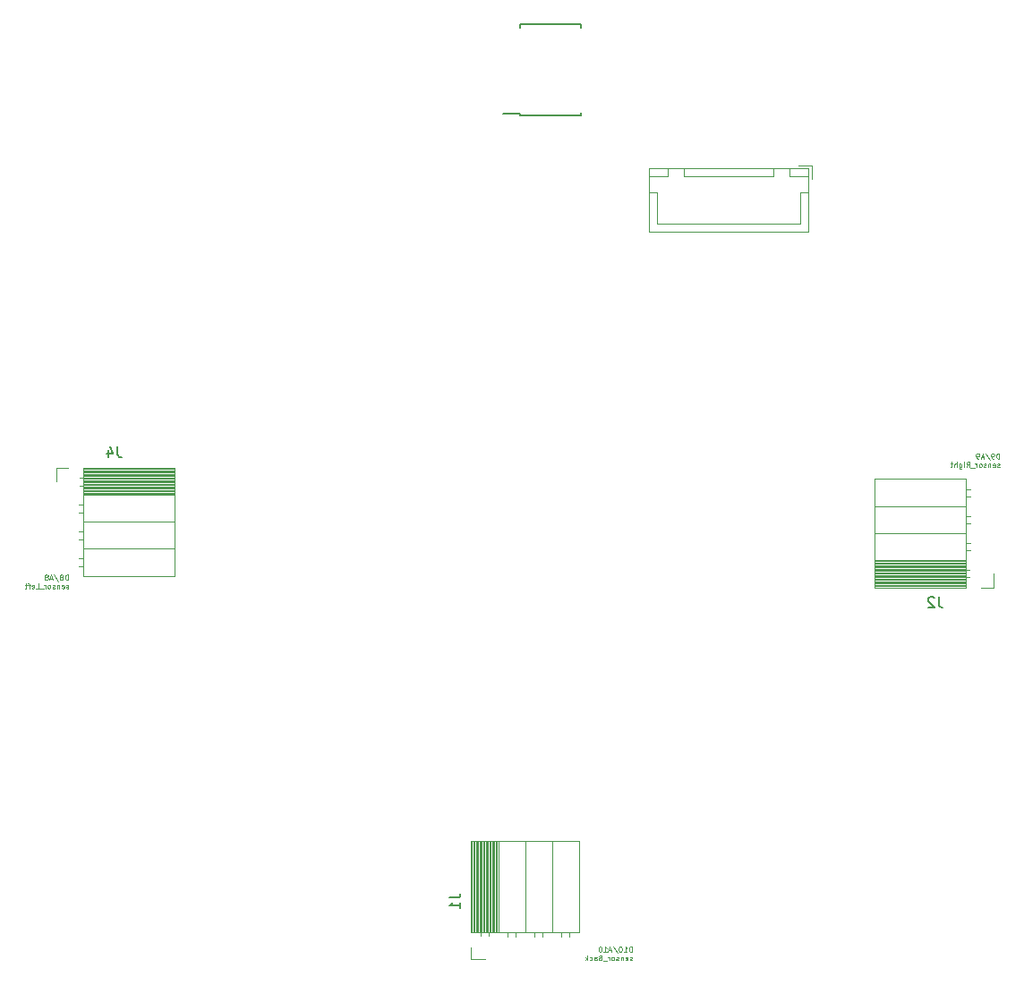
<source format=gbr>
%TF.GenerationSoftware,KiCad,Pcbnew,7.0.9*%
%TF.CreationDate,2024-07-27T15:49:36+09:00*%
%TF.ProjectId,Lne_sensor_main,4c6e655f-7365-46e7-936f-725f6d61696e,rev?*%
%TF.SameCoordinates,Original*%
%TF.FileFunction,Legend,Bot*%
%TF.FilePolarity,Positive*%
%FSLAX46Y46*%
G04 Gerber Fmt 4.6, Leading zero omitted, Abs format (unit mm)*
G04 Created by KiCad (PCBNEW 7.0.9) date 2024-07-27 15:49:36*
%MOMM*%
%LPD*%
G01*
G04 APERTURE LIST*
%ADD10C,0.125000*%
%ADD11C,0.150000*%
%ADD12C,0.120000*%
G04 APERTURE END LIST*
D10*
X76673716Y-108977309D02*
X76673716Y-108477309D01*
X76673716Y-108477309D02*
X76554668Y-108477309D01*
X76554668Y-108477309D02*
X76483240Y-108501119D01*
X76483240Y-108501119D02*
X76435621Y-108548738D01*
X76435621Y-108548738D02*
X76411811Y-108596357D01*
X76411811Y-108596357D02*
X76388002Y-108691595D01*
X76388002Y-108691595D02*
X76388002Y-108763023D01*
X76388002Y-108763023D02*
X76411811Y-108858261D01*
X76411811Y-108858261D02*
X76435621Y-108905880D01*
X76435621Y-108905880D02*
X76483240Y-108953500D01*
X76483240Y-108953500D02*
X76554668Y-108977309D01*
X76554668Y-108977309D02*
X76673716Y-108977309D01*
X76102287Y-108691595D02*
X76149906Y-108667785D01*
X76149906Y-108667785D02*
X76173716Y-108643976D01*
X76173716Y-108643976D02*
X76197525Y-108596357D01*
X76197525Y-108596357D02*
X76197525Y-108572547D01*
X76197525Y-108572547D02*
X76173716Y-108524928D01*
X76173716Y-108524928D02*
X76149906Y-108501119D01*
X76149906Y-108501119D02*
X76102287Y-108477309D01*
X76102287Y-108477309D02*
X76007049Y-108477309D01*
X76007049Y-108477309D02*
X75959430Y-108501119D01*
X75959430Y-108501119D02*
X75935621Y-108524928D01*
X75935621Y-108524928D02*
X75911811Y-108572547D01*
X75911811Y-108572547D02*
X75911811Y-108596357D01*
X75911811Y-108596357D02*
X75935621Y-108643976D01*
X75935621Y-108643976D02*
X75959430Y-108667785D01*
X75959430Y-108667785D02*
X76007049Y-108691595D01*
X76007049Y-108691595D02*
X76102287Y-108691595D01*
X76102287Y-108691595D02*
X76149906Y-108715404D01*
X76149906Y-108715404D02*
X76173716Y-108739214D01*
X76173716Y-108739214D02*
X76197525Y-108786833D01*
X76197525Y-108786833D02*
X76197525Y-108882071D01*
X76197525Y-108882071D02*
X76173716Y-108929690D01*
X76173716Y-108929690D02*
X76149906Y-108953500D01*
X76149906Y-108953500D02*
X76102287Y-108977309D01*
X76102287Y-108977309D02*
X76007049Y-108977309D01*
X76007049Y-108977309D02*
X75959430Y-108953500D01*
X75959430Y-108953500D02*
X75935621Y-108929690D01*
X75935621Y-108929690D02*
X75911811Y-108882071D01*
X75911811Y-108882071D02*
X75911811Y-108786833D01*
X75911811Y-108786833D02*
X75935621Y-108739214D01*
X75935621Y-108739214D02*
X75959430Y-108715404D01*
X75959430Y-108715404D02*
X76007049Y-108691595D01*
X75340383Y-108453500D02*
X75768954Y-109096357D01*
X75197525Y-108834452D02*
X74959430Y-108834452D01*
X75245144Y-108977309D02*
X75078478Y-108477309D01*
X75078478Y-108477309D02*
X74911811Y-108977309D01*
X74673716Y-108691595D02*
X74721335Y-108667785D01*
X74721335Y-108667785D02*
X74745145Y-108643976D01*
X74745145Y-108643976D02*
X74768954Y-108596357D01*
X74768954Y-108596357D02*
X74768954Y-108572547D01*
X74768954Y-108572547D02*
X74745145Y-108524928D01*
X74745145Y-108524928D02*
X74721335Y-108501119D01*
X74721335Y-108501119D02*
X74673716Y-108477309D01*
X74673716Y-108477309D02*
X74578478Y-108477309D01*
X74578478Y-108477309D02*
X74530859Y-108501119D01*
X74530859Y-108501119D02*
X74507050Y-108524928D01*
X74507050Y-108524928D02*
X74483240Y-108572547D01*
X74483240Y-108572547D02*
X74483240Y-108596357D01*
X74483240Y-108596357D02*
X74507050Y-108643976D01*
X74507050Y-108643976D02*
X74530859Y-108667785D01*
X74530859Y-108667785D02*
X74578478Y-108691595D01*
X74578478Y-108691595D02*
X74673716Y-108691595D01*
X74673716Y-108691595D02*
X74721335Y-108715404D01*
X74721335Y-108715404D02*
X74745145Y-108739214D01*
X74745145Y-108739214D02*
X74768954Y-108786833D01*
X74768954Y-108786833D02*
X74768954Y-108882071D01*
X74768954Y-108882071D02*
X74745145Y-108929690D01*
X74745145Y-108929690D02*
X74721335Y-108953500D01*
X74721335Y-108953500D02*
X74673716Y-108977309D01*
X74673716Y-108977309D02*
X74578478Y-108977309D01*
X74578478Y-108977309D02*
X74530859Y-108953500D01*
X74530859Y-108953500D02*
X74507050Y-108929690D01*
X74507050Y-108929690D02*
X74483240Y-108882071D01*
X74483240Y-108882071D02*
X74483240Y-108786833D01*
X74483240Y-108786833D02*
X74507050Y-108739214D01*
X74507050Y-108739214D02*
X74530859Y-108715404D01*
X74530859Y-108715404D02*
X74578478Y-108691595D01*
X76697525Y-109758500D02*
X76649906Y-109782309D01*
X76649906Y-109782309D02*
X76554668Y-109782309D01*
X76554668Y-109782309D02*
X76507049Y-109758500D01*
X76507049Y-109758500D02*
X76483240Y-109710880D01*
X76483240Y-109710880D02*
X76483240Y-109687071D01*
X76483240Y-109687071D02*
X76507049Y-109639452D01*
X76507049Y-109639452D02*
X76554668Y-109615642D01*
X76554668Y-109615642D02*
X76626097Y-109615642D01*
X76626097Y-109615642D02*
X76673716Y-109591833D01*
X76673716Y-109591833D02*
X76697525Y-109544214D01*
X76697525Y-109544214D02*
X76697525Y-109520404D01*
X76697525Y-109520404D02*
X76673716Y-109472785D01*
X76673716Y-109472785D02*
X76626097Y-109448976D01*
X76626097Y-109448976D02*
X76554668Y-109448976D01*
X76554668Y-109448976D02*
X76507049Y-109472785D01*
X76078478Y-109758500D02*
X76126097Y-109782309D01*
X76126097Y-109782309D02*
X76221335Y-109782309D01*
X76221335Y-109782309D02*
X76268954Y-109758500D01*
X76268954Y-109758500D02*
X76292763Y-109710880D01*
X76292763Y-109710880D02*
X76292763Y-109520404D01*
X76292763Y-109520404D02*
X76268954Y-109472785D01*
X76268954Y-109472785D02*
X76221335Y-109448976D01*
X76221335Y-109448976D02*
X76126097Y-109448976D01*
X76126097Y-109448976D02*
X76078478Y-109472785D01*
X76078478Y-109472785D02*
X76054668Y-109520404D01*
X76054668Y-109520404D02*
X76054668Y-109568023D01*
X76054668Y-109568023D02*
X76292763Y-109615642D01*
X75840383Y-109448976D02*
X75840383Y-109782309D01*
X75840383Y-109496595D02*
X75816573Y-109472785D01*
X75816573Y-109472785D02*
X75768954Y-109448976D01*
X75768954Y-109448976D02*
X75697526Y-109448976D01*
X75697526Y-109448976D02*
X75649907Y-109472785D01*
X75649907Y-109472785D02*
X75626097Y-109520404D01*
X75626097Y-109520404D02*
X75626097Y-109782309D01*
X75411811Y-109758500D02*
X75364192Y-109782309D01*
X75364192Y-109782309D02*
X75268954Y-109782309D01*
X75268954Y-109782309D02*
X75221335Y-109758500D01*
X75221335Y-109758500D02*
X75197526Y-109710880D01*
X75197526Y-109710880D02*
X75197526Y-109687071D01*
X75197526Y-109687071D02*
X75221335Y-109639452D01*
X75221335Y-109639452D02*
X75268954Y-109615642D01*
X75268954Y-109615642D02*
X75340383Y-109615642D01*
X75340383Y-109615642D02*
X75388002Y-109591833D01*
X75388002Y-109591833D02*
X75411811Y-109544214D01*
X75411811Y-109544214D02*
X75411811Y-109520404D01*
X75411811Y-109520404D02*
X75388002Y-109472785D01*
X75388002Y-109472785D02*
X75340383Y-109448976D01*
X75340383Y-109448976D02*
X75268954Y-109448976D01*
X75268954Y-109448976D02*
X75221335Y-109472785D01*
X74911811Y-109782309D02*
X74959430Y-109758500D01*
X74959430Y-109758500D02*
X74983240Y-109734690D01*
X74983240Y-109734690D02*
X75007049Y-109687071D01*
X75007049Y-109687071D02*
X75007049Y-109544214D01*
X75007049Y-109544214D02*
X74983240Y-109496595D01*
X74983240Y-109496595D02*
X74959430Y-109472785D01*
X74959430Y-109472785D02*
X74911811Y-109448976D01*
X74911811Y-109448976D02*
X74840383Y-109448976D01*
X74840383Y-109448976D02*
X74792764Y-109472785D01*
X74792764Y-109472785D02*
X74768954Y-109496595D01*
X74768954Y-109496595D02*
X74745145Y-109544214D01*
X74745145Y-109544214D02*
X74745145Y-109687071D01*
X74745145Y-109687071D02*
X74768954Y-109734690D01*
X74768954Y-109734690D02*
X74792764Y-109758500D01*
X74792764Y-109758500D02*
X74840383Y-109782309D01*
X74840383Y-109782309D02*
X74911811Y-109782309D01*
X74530859Y-109782309D02*
X74530859Y-109448976D01*
X74530859Y-109544214D02*
X74507049Y-109496595D01*
X74507049Y-109496595D02*
X74483240Y-109472785D01*
X74483240Y-109472785D02*
X74435621Y-109448976D01*
X74435621Y-109448976D02*
X74388002Y-109448976D01*
X74340383Y-109829928D02*
X73959430Y-109829928D01*
X73602288Y-109782309D02*
X73840383Y-109782309D01*
X73840383Y-109782309D02*
X73840383Y-109282309D01*
X73245145Y-109758500D02*
X73292764Y-109782309D01*
X73292764Y-109782309D02*
X73388002Y-109782309D01*
X73388002Y-109782309D02*
X73435621Y-109758500D01*
X73435621Y-109758500D02*
X73459430Y-109710880D01*
X73459430Y-109710880D02*
X73459430Y-109520404D01*
X73459430Y-109520404D02*
X73435621Y-109472785D01*
X73435621Y-109472785D02*
X73388002Y-109448976D01*
X73388002Y-109448976D02*
X73292764Y-109448976D01*
X73292764Y-109448976D02*
X73245145Y-109472785D01*
X73245145Y-109472785D02*
X73221335Y-109520404D01*
X73221335Y-109520404D02*
X73221335Y-109568023D01*
X73221335Y-109568023D02*
X73459430Y-109615642D01*
X73078478Y-109448976D02*
X72888002Y-109448976D01*
X73007050Y-109782309D02*
X73007050Y-109353738D01*
X73007050Y-109353738D02*
X72983240Y-109306119D01*
X72983240Y-109306119D02*
X72935621Y-109282309D01*
X72935621Y-109282309D02*
X72888002Y-109282309D01*
X72792764Y-109448976D02*
X72602288Y-109448976D01*
X72721336Y-109282309D02*
X72721336Y-109710880D01*
X72721336Y-109710880D02*
X72697526Y-109758500D01*
X72697526Y-109758500D02*
X72649907Y-109782309D01*
X72649907Y-109782309D02*
X72602288Y-109782309D01*
X129998716Y-144177309D02*
X129998716Y-143677309D01*
X129998716Y-143677309D02*
X129879668Y-143677309D01*
X129879668Y-143677309D02*
X129808240Y-143701119D01*
X129808240Y-143701119D02*
X129760621Y-143748738D01*
X129760621Y-143748738D02*
X129736811Y-143796357D01*
X129736811Y-143796357D02*
X129713002Y-143891595D01*
X129713002Y-143891595D02*
X129713002Y-143963023D01*
X129713002Y-143963023D02*
X129736811Y-144058261D01*
X129736811Y-144058261D02*
X129760621Y-144105880D01*
X129760621Y-144105880D02*
X129808240Y-144153500D01*
X129808240Y-144153500D02*
X129879668Y-144177309D01*
X129879668Y-144177309D02*
X129998716Y-144177309D01*
X129236811Y-144177309D02*
X129522525Y-144177309D01*
X129379668Y-144177309D02*
X129379668Y-143677309D01*
X129379668Y-143677309D02*
X129427287Y-143748738D01*
X129427287Y-143748738D02*
X129474906Y-143796357D01*
X129474906Y-143796357D02*
X129522525Y-143820166D01*
X128927288Y-143677309D02*
X128879669Y-143677309D01*
X128879669Y-143677309D02*
X128832050Y-143701119D01*
X128832050Y-143701119D02*
X128808240Y-143724928D01*
X128808240Y-143724928D02*
X128784431Y-143772547D01*
X128784431Y-143772547D02*
X128760621Y-143867785D01*
X128760621Y-143867785D02*
X128760621Y-143986833D01*
X128760621Y-143986833D02*
X128784431Y-144082071D01*
X128784431Y-144082071D02*
X128808240Y-144129690D01*
X128808240Y-144129690D02*
X128832050Y-144153500D01*
X128832050Y-144153500D02*
X128879669Y-144177309D01*
X128879669Y-144177309D02*
X128927288Y-144177309D01*
X128927288Y-144177309D02*
X128974907Y-144153500D01*
X128974907Y-144153500D02*
X128998716Y-144129690D01*
X128998716Y-144129690D02*
X129022526Y-144082071D01*
X129022526Y-144082071D02*
X129046335Y-143986833D01*
X129046335Y-143986833D02*
X129046335Y-143867785D01*
X129046335Y-143867785D02*
X129022526Y-143772547D01*
X129022526Y-143772547D02*
X128998716Y-143724928D01*
X128998716Y-143724928D02*
X128974907Y-143701119D01*
X128974907Y-143701119D02*
X128927288Y-143677309D01*
X128189193Y-143653500D02*
X128617764Y-144296357D01*
X128046335Y-144034452D02*
X127808240Y-144034452D01*
X128093954Y-144177309D02*
X127927288Y-143677309D01*
X127927288Y-143677309D02*
X127760621Y-144177309D01*
X127332050Y-144177309D02*
X127617764Y-144177309D01*
X127474907Y-144177309D02*
X127474907Y-143677309D01*
X127474907Y-143677309D02*
X127522526Y-143748738D01*
X127522526Y-143748738D02*
X127570145Y-143796357D01*
X127570145Y-143796357D02*
X127617764Y-143820166D01*
X127022527Y-143677309D02*
X126974908Y-143677309D01*
X126974908Y-143677309D02*
X126927289Y-143701119D01*
X126927289Y-143701119D02*
X126903479Y-143724928D01*
X126903479Y-143724928D02*
X126879670Y-143772547D01*
X126879670Y-143772547D02*
X126855860Y-143867785D01*
X126855860Y-143867785D02*
X126855860Y-143986833D01*
X126855860Y-143986833D02*
X126879670Y-144082071D01*
X126879670Y-144082071D02*
X126903479Y-144129690D01*
X126903479Y-144129690D02*
X126927289Y-144153500D01*
X126927289Y-144153500D02*
X126974908Y-144177309D01*
X126974908Y-144177309D02*
X127022527Y-144177309D01*
X127022527Y-144177309D02*
X127070146Y-144153500D01*
X127070146Y-144153500D02*
X127093955Y-144129690D01*
X127093955Y-144129690D02*
X127117765Y-144082071D01*
X127117765Y-144082071D02*
X127141574Y-143986833D01*
X127141574Y-143986833D02*
X127141574Y-143867785D01*
X127141574Y-143867785D02*
X127117765Y-143772547D01*
X127117765Y-143772547D02*
X127093955Y-143724928D01*
X127093955Y-143724928D02*
X127070146Y-143701119D01*
X127070146Y-143701119D02*
X127022527Y-143677309D01*
X130022525Y-144958500D02*
X129974906Y-144982309D01*
X129974906Y-144982309D02*
X129879668Y-144982309D01*
X129879668Y-144982309D02*
X129832049Y-144958500D01*
X129832049Y-144958500D02*
X129808240Y-144910880D01*
X129808240Y-144910880D02*
X129808240Y-144887071D01*
X129808240Y-144887071D02*
X129832049Y-144839452D01*
X129832049Y-144839452D02*
X129879668Y-144815642D01*
X129879668Y-144815642D02*
X129951097Y-144815642D01*
X129951097Y-144815642D02*
X129998716Y-144791833D01*
X129998716Y-144791833D02*
X130022525Y-144744214D01*
X130022525Y-144744214D02*
X130022525Y-144720404D01*
X130022525Y-144720404D02*
X129998716Y-144672785D01*
X129998716Y-144672785D02*
X129951097Y-144648976D01*
X129951097Y-144648976D02*
X129879668Y-144648976D01*
X129879668Y-144648976D02*
X129832049Y-144672785D01*
X129403478Y-144958500D02*
X129451097Y-144982309D01*
X129451097Y-144982309D02*
X129546335Y-144982309D01*
X129546335Y-144982309D02*
X129593954Y-144958500D01*
X129593954Y-144958500D02*
X129617763Y-144910880D01*
X129617763Y-144910880D02*
X129617763Y-144720404D01*
X129617763Y-144720404D02*
X129593954Y-144672785D01*
X129593954Y-144672785D02*
X129546335Y-144648976D01*
X129546335Y-144648976D02*
X129451097Y-144648976D01*
X129451097Y-144648976D02*
X129403478Y-144672785D01*
X129403478Y-144672785D02*
X129379668Y-144720404D01*
X129379668Y-144720404D02*
X129379668Y-144768023D01*
X129379668Y-144768023D02*
X129617763Y-144815642D01*
X129165383Y-144648976D02*
X129165383Y-144982309D01*
X129165383Y-144696595D02*
X129141573Y-144672785D01*
X129141573Y-144672785D02*
X129093954Y-144648976D01*
X129093954Y-144648976D02*
X129022526Y-144648976D01*
X129022526Y-144648976D02*
X128974907Y-144672785D01*
X128974907Y-144672785D02*
X128951097Y-144720404D01*
X128951097Y-144720404D02*
X128951097Y-144982309D01*
X128736811Y-144958500D02*
X128689192Y-144982309D01*
X128689192Y-144982309D02*
X128593954Y-144982309D01*
X128593954Y-144982309D02*
X128546335Y-144958500D01*
X128546335Y-144958500D02*
X128522526Y-144910880D01*
X128522526Y-144910880D02*
X128522526Y-144887071D01*
X128522526Y-144887071D02*
X128546335Y-144839452D01*
X128546335Y-144839452D02*
X128593954Y-144815642D01*
X128593954Y-144815642D02*
X128665383Y-144815642D01*
X128665383Y-144815642D02*
X128713002Y-144791833D01*
X128713002Y-144791833D02*
X128736811Y-144744214D01*
X128736811Y-144744214D02*
X128736811Y-144720404D01*
X128736811Y-144720404D02*
X128713002Y-144672785D01*
X128713002Y-144672785D02*
X128665383Y-144648976D01*
X128665383Y-144648976D02*
X128593954Y-144648976D01*
X128593954Y-144648976D02*
X128546335Y-144672785D01*
X128236811Y-144982309D02*
X128284430Y-144958500D01*
X128284430Y-144958500D02*
X128308240Y-144934690D01*
X128308240Y-144934690D02*
X128332049Y-144887071D01*
X128332049Y-144887071D02*
X128332049Y-144744214D01*
X128332049Y-144744214D02*
X128308240Y-144696595D01*
X128308240Y-144696595D02*
X128284430Y-144672785D01*
X128284430Y-144672785D02*
X128236811Y-144648976D01*
X128236811Y-144648976D02*
X128165383Y-144648976D01*
X128165383Y-144648976D02*
X128117764Y-144672785D01*
X128117764Y-144672785D02*
X128093954Y-144696595D01*
X128093954Y-144696595D02*
X128070145Y-144744214D01*
X128070145Y-144744214D02*
X128070145Y-144887071D01*
X128070145Y-144887071D02*
X128093954Y-144934690D01*
X128093954Y-144934690D02*
X128117764Y-144958500D01*
X128117764Y-144958500D02*
X128165383Y-144982309D01*
X128165383Y-144982309D02*
X128236811Y-144982309D01*
X127855859Y-144982309D02*
X127855859Y-144648976D01*
X127855859Y-144744214D02*
X127832049Y-144696595D01*
X127832049Y-144696595D02*
X127808240Y-144672785D01*
X127808240Y-144672785D02*
X127760621Y-144648976D01*
X127760621Y-144648976D02*
X127713002Y-144648976D01*
X127665383Y-145029928D02*
X127284430Y-145029928D01*
X126998716Y-144720404D02*
X126927288Y-144744214D01*
X126927288Y-144744214D02*
X126903478Y-144768023D01*
X126903478Y-144768023D02*
X126879669Y-144815642D01*
X126879669Y-144815642D02*
X126879669Y-144887071D01*
X126879669Y-144887071D02*
X126903478Y-144934690D01*
X126903478Y-144934690D02*
X126927288Y-144958500D01*
X126927288Y-144958500D02*
X126974907Y-144982309D01*
X126974907Y-144982309D02*
X127165383Y-144982309D01*
X127165383Y-144982309D02*
X127165383Y-144482309D01*
X127165383Y-144482309D02*
X126998716Y-144482309D01*
X126998716Y-144482309D02*
X126951097Y-144506119D01*
X126951097Y-144506119D02*
X126927288Y-144529928D01*
X126927288Y-144529928D02*
X126903478Y-144577547D01*
X126903478Y-144577547D02*
X126903478Y-144625166D01*
X126903478Y-144625166D02*
X126927288Y-144672785D01*
X126927288Y-144672785D02*
X126951097Y-144696595D01*
X126951097Y-144696595D02*
X126998716Y-144720404D01*
X126998716Y-144720404D02*
X127165383Y-144720404D01*
X126451097Y-144982309D02*
X126451097Y-144720404D01*
X126451097Y-144720404D02*
X126474907Y-144672785D01*
X126474907Y-144672785D02*
X126522526Y-144648976D01*
X126522526Y-144648976D02*
X126617764Y-144648976D01*
X126617764Y-144648976D02*
X126665383Y-144672785D01*
X126451097Y-144958500D02*
X126498716Y-144982309D01*
X126498716Y-144982309D02*
X126617764Y-144982309D01*
X126617764Y-144982309D02*
X126665383Y-144958500D01*
X126665383Y-144958500D02*
X126689192Y-144910880D01*
X126689192Y-144910880D02*
X126689192Y-144863261D01*
X126689192Y-144863261D02*
X126665383Y-144815642D01*
X126665383Y-144815642D02*
X126617764Y-144791833D01*
X126617764Y-144791833D02*
X126498716Y-144791833D01*
X126498716Y-144791833D02*
X126451097Y-144768023D01*
X125998716Y-144958500D02*
X126046335Y-144982309D01*
X126046335Y-144982309D02*
X126141573Y-144982309D01*
X126141573Y-144982309D02*
X126189192Y-144958500D01*
X126189192Y-144958500D02*
X126213002Y-144934690D01*
X126213002Y-144934690D02*
X126236811Y-144887071D01*
X126236811Y-144887071D02*
X126236811Y-144744214D01*
X126236811Y-144744214D02*
X126213002Y-144696595D01*
X126213002Y-144696595D02*
X126189192Y-144672785D01*
X126189192Y-144672785D02*
X126141573Y-144648976D01*
X126141573Y-144648976D02*
X126046335Y-144648976D01*
X126046335Y-144648976D02*
X125998716Y-144672785D01*
X125784431Y-144982309D02*
X125784431Y-144482309D01*
X125736812Y-144791833D02*
X125593955Y-144982309D01*
X125593955Y-144648976D02*
X125784431Y-144839452D01*
X164748716Y-97502309D02*
X164748716Y-97002309D01*
X164748716Y-97002309D02*
X164629668Y-97002309D01*
X164629668Y-97002309D02*
X164558240Y-97026119D01*
X164558240Y-97026119D02*
X164510621Y-97073738D01*
X164510621Y-97073738D02*
X164486811Y-97121357D01*
X164486811Y-97121357D02*
X164463002Y-97216595D01*
X164463002Y-97216595D02*
X164463002Y-97288023D01*
X164463002Y-97288023D02*
X164486811Y-97383261D01*
X164486811Y-97383261D02*
X164510621Y-97430880D01*
X164510621Y-97430880D02*
X164558240Y-97478500D01*
X164558240Y-97478500D02*
X164629668Y-97502309D01*
X164629668Y-97502309D02*
X164748716Y-97502309D01*
X164224906Y-97502309D02*
X164129668Y-97502309D01*
X164129668Y-97502309D02*
X164082049Y-97478500D01*
X164082049Y-97478500D02*
X164058240Y-97454690D01*
X164058240Y-97454690D02*
X164010621Y-97383261D01*
X164010621Y-97383261D02*
X163986811Y-97288023D01*
X163986811Y-97288023D02*
X163986811Y-97097547D01*
X163986811Y-97097547D02*
X164010621Y-97049928D01*
X164010621Y-97049928D02*
X164034430Y-97026119D01*
X164034430Y-97026119D02*
X164082049Y-97002309D01*
X164082049Y-97002309D02*
X164177287Y-97002309D01*
X164177287Y-97002309D02*
X164224906Y-97026119D01*
X164224906Y-97026119D02*
X164248716Y-97049928D01*
X164248716Y-97049928D02*
X164272525Y-97097547D01*
X164272525Y-97097547D02*
X164272525Y-97216595D01*
X164272525Y-97216595D02*
X164248716Y-97264214D01*
X164248716Y-97264214D02*
X164224906Y-97288023D01*
X164224906Y-97288023D02*
X164177287Y-97311833D01*
X164177287Y-97311833D02*
X164082049Y-97311833D01*
X164082049Y-97311833D02*
X164034430Y-97288023D01*
X164034430Y-97288023D02*
X164010621Y-97264214D01*
X164010621Y-97264214D02*
X163986811Y-97216595D01*
X163415383Y-96978500D02*
X163843954Y-97621357D01*
X163272525Y-97359452D02*
X163034430Y-97359452D01*
X163320144Y-97502309D02*
X163153478Y-97002309D01*
X163153478Y-97002309D02*
X162986811Y-97502309D01*
X162796335Y-97502309D02*
X162701097Y-97502309D01*
X162701097Y-97502309D02*
X162653478Y-97478500D01*
X162653478Y-97478500D02*
X162629669Y-97454690D01*
X162629669Y-97454690D02*
X162582050Y-97383261D01*
X162582050Y-97383261D02*
X162558240Y-97288023D01*
X162558240Y-97288023D02*
X162558240Y-97097547D01*
X162558240Y-97097547D02*
X162582050Y-97049928D01*
X162582050Y-97049928D02*
X162605859Y-97026119D01*
X162605859Y-97026119D02*
X162653478Y-97002309D01*
X162653478Y-97002309D02*
X162748716Y-97002309D01*
X162748716Y-97002309D02*
X162796335Y-97026119D01*
X162796335Y-97026119D02*
X162820145Y-97049928D01*
X162820145Y-97049928D02*
X162843954Y-97097547D01*
X162843954Y-97097547D02*
X162843954Y-97216595D01*
X162843954Y-97216595D02*
X162820145Y-97264214D01*
X162820145Y-97264214D02*
X162796335Y-97288023D01*
X162796335Y-97288023D02*
X162748716Y-97311833D01*
X162748716Y-97311833D02*
X162653478Y-97311833D01*
X162653478Y-97311833D02*
X162605859Y-97288023D01*
X162605859Y-97288023D02*
X162582050Y-97264214D01*
X162582050Y-97264214D02*
X162558240Y-97216595D01*
X164772525Y-98283500D02*
X164724906Y-98307309D01*
X164724906Y-98307309D02*
X164629668Y-98307309D01*
X164629668Y-98307309D02*
X164582049Y-98283500D01*
X164582049Y-98283500D02*
X164558240Y-98235880D01*
X164558240Y-98235880D02*
X164558240Y-98212071D01*
X164558240Y-98212071D02*
X164582049Y-98164452D01*
X164582049Y-98164452D02*
X164629668Y-98140642D01*
X164629668Y-98140642D02*
X164701097Y-98140642D01*
X164701097Y-98140642D02*
X164748716Y-98116833D01*
X164748716Y-98116833D02*
X164772525Y-98069214D01*
X164772525Y-98069214D02*
X164772525Y-98045404D01*
X164772525Y-98045404D02*
X164748716Y-97997785D01*
X164748716Y-97997785D02*
X164701097Y-97973976D01*
X164701097Y-97973976D02*
X164629668Y-97973976D01*
X164629668Y-97973976D02*
X164582049Y-97997785D01*
X164153478Y-98283500D02*
X164201097Y-98307309D01*
X164201097Y-98307309D02*
X164296335Y-98307309D01*
X164296335Y-98307309D02*
X164343954Y-98283500D01*
X164343954Y-98283500D02*
X164367763Y-98235880D01*
X164367763Y-98235880D02*
X164367763Y-98045404D01*
X164367763Y-98045404D02*
X164343954Y-97997785D01*
X164343954Y-97997785D02*
X164296335Y-97973976D01*
X164296335Y-97973976D02*
X164201097Y-97973976D01*
X164201097Y-97973976D02*
X164153478Y-97997785D01*
X164153478Y-97997785D02*
X164129668Y-98045404D01*
X164129668Y-98045404D02*
X164129668Y-98093023D01*
X164129668Y-98093023D02*
X164367763Y-98140642D01*
X163915383Y-97973976D02*
X163915383Y-98307309D01*
X163915383Y-98021595D02*
X163891573Y-97997785D01*
X163891573Y-97997785D02*
X163843954Y-97973976D01*
X163843954Y-97973976D02*
X163772526Y-97973976D01*
X163772526Y-97973976D02*
X163724907Y-97997785D01*
X163724907Y-97997785D02*
X163701097Y-98045404D01*
X163701097Y-98045404D02*
X163701097Y-98307309D01*
X163486811Y-98283500D02*
X163439192Y-98307309D01*
X163439192Y-98307309D02*
X163343954Y-98307309D01*
X163343954Y-98307309D02*
X163296335Y-98283500D01*
X163296335Y-98283500D02*
X163272526Y-98235880D01*
X163272526Y-98235880D02*
X163272526Y-98212071D01*
X163272526Y-98212071D02*
X163296335Y-98164452D01*
X163296335Y-98164452D02*
X163343954Y-98140642D01*
X163343954Y-98140642D02*
X163415383Y-98140642D01*
X163415383Y-98140642D02*
X163463002Y-98116833D01*
X163463002Y-98116833D02*
X163486811Y-98069214D01*
X163486811Y-98069214D02*
X163486811Y-98045404D01*
X163486811Y-98045404D02*
X163463002Y-97997785D01*
X163463002Y-97997785D02*
X163415383Y-97973976D01*
X163415383Y-97973976D02*
X163343954Y-97973976D01*
X163343954Y-97973976D02*
X163296335Y-97997785D01*
X162986811Y-98307309D02*
X163034430Y-98283500D01*
X163034430Y-98283500D02*
X163058240Y-98259690D01*
X163058240Y-98259690D02*
X163082049Y-98212071D01*
X163082049Y-98212071D02*
X163082049Y-98069214D01*
X163082049Y-98069214D02*
X163058240Y-98021595D01*
X163058240Y-98021595D02*
X163034430Y-97997785D01*
X163034430Y-97997785D02*
X162986811Y-97973976D01*
X162986811Y-97973976D02*
X162915383Y-97973976D01*
X162915383Y-97973976D02*
X162867764Y-97997785D01*
X162867764Y-97997785D02*
X162843954Y-98021595D01*
X162843954Y-98021595D02*
X162820145Y-98069214D01*
X162820145Y-98069214D02*
X162820145Y-98212071D01*
X162820145Y-98212071D02*
X162843954Y-98259690D01*
X162843954Y-98259690D02*
X162867764Y-98283500D01*
X162867764Y-98283500D02*
X162915383Y-98307309D01*
X162915383Y-98307309D02*
X162986811Y-98307309D01*
X162605859Y-98307309D02*
X162605859Y-97973976D01*
X162605859Y-98069214D02*
X162582049Y-98021595D01*
X162582049Y-98021595D02*
X162558240Y-97997785D01*
X162558240Y-97997785D02*
X162510621Y-97973976D01*
X162510621Y-97973976D02*
X162463002Y-97973976D01*
X162415383Y-98354928D02*
X162034430Y-98354928D01*
X161629669Y-98307309D02*
X161796335Y-98069214D01*
X161915383Y-98307309D02*
X161915383Y-97807309D01*
X161915383Y-97807309D02*
X161724907Y-97807309D01*
X161724907Y-97807309D02*
X161677288Y-97831119D01*
X161677288Y-97831119D02*
X161653478Y-97854928D01*
X161653478Y-97854928D02*
X161629669Y-97902547D01*
X161629669Y-97902547D02*
X161629669Y-97973976D01*
X161629669Y-97973976D02*
X161653478Y-98021595D01*
X161653478Y-98021595D02*
X161677288Y-98045404D01*
X161677288Y-98045404D02*
X161724907Y-98069214D01*
X161724907Y-98069214D02*
X161915383Y-98069214D01*
X161415383Y-98307309D02*
X161415383Y-97973976D01*
X161415383Y-97807309D02*
X161439192Y-97831119D01*
X161439192Y-97831119D02*
X161415383Y-97854928D01*
X161415383Y-97854928D02*
X161391573Y-97831119D01*
X161391573Y-97831119D02*
X161415383Y-97807309D01*
X161415383Y-97807309D02*
X161415383Y-97854928D01*
X160963002Y-97973976D02*
X160963002Y-98378738D01*
X160963002Y-98378738D02*
X160986812Y-98426357D01*
X160986812Y-98426357D02*
X161010621Y-98450166D01*
X161010621Y-98450166D02*
X161058240Y-98473976D01*
X161058240Y-98473976D02*
X161129669Y-98473976D01*
X161129669Y-98473976D02*
X161177288Y-98450166D01*
X160963002Y-98283500D02*
X161010621Y-98307309D01*
X161010621Y-98307309D02*
X161105859Y-98307309D01*
X161105859Y-98307309D02*
X161153478Y-98283500D01*
X161153478Y-98283500D02*
X161177288Y-98259690D01*
X161177288Y-98259690D02*
X161201097Y-98212071D01*
X161201097Y-98212071D02*
X161201097Y-98069214D01*
X161201097Y-98069214D02*
X161177288Y-98021595D01*
X161177288Y-98021595D02*
X161153478Y-97997785D01*
X161153478Y-97997785D02*
X161105859Y-97973976D01*
X161105859Y-97973976D02*
X161010621Y-97973976D01*
X161010621Y-97973976D02*
X160963002Y-97997785D01*
X160724907Y-98307309D02*
X160724907Y-97807309D01*
X160510621Y-98307309D02*
X160510621Y-98045404D01*
X160510621Y-98045404D02*
X160534431Y-97997785D01*
X160534431Y-97997785D02*
X160582050Y-97973976D01*
X160582050Y-97973976D02*
X160653478Y-97973976D01*
X160653478Y-97973976D02*
X160701097Y-97997785D01*
X160701097Y-97997785D02*
X160724907Y-98021595D01*
X160343954Y-97973976D02*
X160153478Y-97973976D01*
X160272526Y-97807309D02*
X160272526Y-98235880D01*
X160272526Y-98235880D02*
X160248716Y-98283500D01*
X160248716Y-98283500D02*
X160201097Y-98307309D01*
X160201097Y-98307309D02*
X160153478Y-98307309D01*
D11*
X112774819Y-139056666D02*
X113489104Y-139056666D01*
X113489104Y-139056666D02*
X113631961Y-139009047D01*
X113631961Y-139009047D02*
X113727200Y-138913809D01*
X113727200Y-138913809D02*
X113774819Y-138770952D01*
X113774819Y-138770952D02*
X113774819Y-138675714D01*
X113774819Y-140056666D02*
X113774819Y-139485238D01*
X113774819Y-139770952D02*
X112774819Y-139770952D01*
X112774819Y-139770952D02*
X112917676Y-139675714D01*
X112917676Y-139675714D02*
X113012914Y-139580476D01*
X113012914Y-139580476D02*
X113060533Y-139485238D01*
X81353333Y-96364819D02*
X81353333Y-97079104D01*
X81353333Y-97079104D02*
X81400952Y-97221961D01*
X81400952Y-97221961D02*
X81496190Y-97317200D01*
X81496190Y-97317200D02*
X81639047Y-97364819D01*
X81639047Y-97364819D02*
X81734285Y-97364819D01*
X80448571Y-96698152D02*
X80448571Y-97364819D01*
X80686666Y-96317200D02*
X80924761Y-97031485D01*
X80924761Y-97031485D02*
X80305714Y-97031485D01*
X159013333Y-110584819D02*
X159013333Y-111299104D01*
X159013333Y-111299104D02*
X159060952Y-111441961D01*
X159060952Y-111441961D02*
X159156190Y-111537200D01*
X159156190Y-111537200D02*
X159299047Y-111584819D01*
X159299047Y-111584819D02*
X159394285Y-111584819D01*
X158584761Y-110680057D02*
X158537142Y-110632438D01*
X158537142Y-110632438D02*
X158441904Y-110584819D01*
X158441904Y-110584819D02*
X158203809Y-110584819D01*
X158203809Y-110584819D02*
X158108571Y-110632438D01*
X158108571Y-110632438D02*
X158060952Y-110680057D01*
X158060952Y-110680057D02*
X158013333Y-110775295D01*
X158013333Y-110775295D02*
X158013333Y-110870533D01*
X158013333Y-110870533D02*
X158060952Y-111013390D01*
X158060952Y-111013390D02*
X158632380Y-111584819D01*
X158632380Y-111584819D02*
X158013333Y-111584819D01*
%TO.C,U18*%
X119402380Y-56386402D02*
X119402380Y-56686402D01*
X119402380Y-56386402D02*
X125152380Y-56386402D01*
X119402380Y-64811402D02*
X117802380Y-64811402D01*
X119402380Y-65036402D02*
X119402380Y-64811402D01*
X119402380Y-65036402D02*
X125152380Y-65036402D01*
X125152380Y-56386402D02*
X125152380Y-56686402D01*
X125152380Y-65036402D02*
X125152380Y-64736402D01*
D12*
%TO.C,J1*%
X125040000Y-133680000D02*
X125040000Y-142310000D01*
X122440000Y-133680000D02*
X122440000Y-142310000D01*
X119900000Y-133680000D02*
X119900000Y-142310000D01*
X117360000Y-133680000D02*
X117360000Y-142310000D01*
X117241900Y-133680000D02*
X117241900Y-142310000D01*
X117123805Y-133680000D02*
X117123805Y-142310000D01*
X117005710Y-133680000D02*
X117005710Y-142310000D01*
X116887615Y-133680000D02*
X116887615Y-142310000D01*
X116769520Y-133680000D02*
X116769520Y-142310000D01*
X116651425Y-133680000D02*
X116651425Y-142310000D01*
X116533330Y-133680000D02*
X116533330Y-142310000D01*
X116415235Y-133680000D02*
X116415235Y-142310000D01*
X116297140Y-133680000D02*
X116297140Y-142310000D01*
X116179045Y-133680000D02*
X116179045Y-142310000D01*
X116060950Y-133680000D02*
X116060950Y-142310000D01*
X115942855Y-133680000D02*
X115942855Y-142310000D01*
X115824760Y-133680000D02*
X115824760Y-142310000D01*
X115706665Y-133680000D02*
X115706665Y-142310000D01*
X115588570Y-133680000D02*
X115588570Y-142310000D01*
X115470475Y-133680000D02*
X115470475Y-142310000D01*
X115352380Y-133680000D02*
X115352380Y-142310000D01*
X115234285Y-133680000D02*
X115234285Y-142310000D01*
X115116190Y-133680000D02*
X115116190Y-142310000D01*
X114998095Y-133680000D02*
X114998095Y-142310000D01*
X114880000Y-133680000D02*
X114880000Y-142310000D01*
X114760000Y-133680000D02*
X125040000Y-133680000D01*
X114760000Y-133680000D02*
X114760000Y-142310000D01*
X124070000Y-142310000D02*
X124070000Y-142720000D01*
X123350000Y-142310000D02*
X123350000Y-142720000D01*
X121530000Y-142310000D02*
X121530000Y-142720000D01*
X120810000Y-142310000D02*
X120810000Y-142720000D01*
X118990000Y-142310000D02*
X118990000Y-142720000D01*
X118270000Y-142310000D02*
X118270000Y-142720000D01*
X116450000Y-142310000D02*
X116450000Y-142660000D01*
X115730000Y-142310000D02*
X115730000Y-142660000D01*
X114760000Y-142310000D02*
X125040000Y-142310000D01*
X114760000Y-143770000D02*
X114760000Y-144880000D01*
X114760000Y-144880000D02*
X116090000Y-144880000D01*
%TO.C,J3*%
X147000000Y-69750000D02*
X147000000Y-71000000D01*
X146710000Y-76010000D02*
X131590000Y-76010000D01*
X146710000Y-70040000D02*
X146710000Y-76010000D01*
X146700000Y-72300000D02*
X145950000Y-72300000D01*
X146700000Y-70800000D02*
X144900000Y-70800000D01*
X146700000Y-70050000D02*
X146700000Y-70800000D01*
X145950000Y-75250000D02*
X139150000Y-75250000D01*
X145950000Y-72300000D02*
X145950000Y-75250000D01*
X145750000Y-69750000D02*
X147000000Y-69750000D01*
X144900000Y-70800000D02*
X144900000Y-70050000D01*
X144900000Y-70050000D02*
X146700000Y-70050000D01*
X143400000Y-70800000D02*
X134900000Y-70800000D01*
X143400000Y-70050000D02*
X143400000Y-70800000D01*
X134900000Y-70800000D02*
X134900000Y-70050000D01*
X134900000Y-70050000D02*
X143400000Y-70050000D01*
X133400000Y-70800000D02*
X131600000Y-70800000D01*
X133400000Y-70050000D02*
X133400000Y-70800000D01*
X132350000Y-75250000D02*
X139150000Y-75250000D01*
X132350000Y-72300000D02*
X132350000Y-75250000D01*
X131600000Y-72300000D02*
X132350000Y-72300000D01*
X131600000Y-70800000D02*
X131600000Y-70050000D01*
X131600000Y-70050000D02*
X133400000Y-70050000D01*
X131590000Y-76010000D02*
X131590000Y-70040000D01*
X131590000Y-70040000D02*
X146710000Y-70040000D01*
%TO.C,J4*%
X86730000Y-108630000D02*
X78100000Y-108630000D01*
X86730000Y-106030000D02*
X78100000Y-106030000D01*
X86730000Y-103490000D02*
X78100000Y-103490000D01*
X86730000Y-100950000D02*
X78100000Y-100950000D01*
X86730000Y-100831900D02*
X78100000Y-100831900D01*
X86730000Y-100713805D02*
X78100000Y-100713805D01*
X86730000Y-100595710D02*
X78100000Y-100595710D01*
X86730000Y-100477615D02*
X78100000Y-100477615D01*
X86730000Y-100359520D02*
X78100000Y-100359520D01*
X86730000Y-100241425D02*
X78100000Y-100241425D01*
X86730000Y-100123330D02*
X78100000Y-100123330D01*
X86730000Y-100005235D02*
X78100000Y-100005235D01*
X86730000Y-99887140D02*
X78100000Y-99887140D01*
X86730000Y-99769045D02*
X78100000Y-99769045D01*
X86730000Y-99650950D02*
X78100000Y-99650950D01*
X86730000Y-99532855D02*
X78100000Y-99532855D01*
X86730000Y-99414760D02*
X78100000Y-99414760D01*
X86730000Y-99296665D02*
X78100000Y-99296665D01*
X86730000Y-99178570D02*
X78100000Y-99178570D01*
X86730000Y-99060475D02*
X78100000Y-99060475D01*
X86730000Y-98942380D02*
X78100000Y-98942380D01*
X86730000Y-98824285D02*
X78100000Y-98824285D01*
X86730000Y-98706190D02*
X78100000Y-98706190D01*
X86730000Y-98588095D02*
X78100000Y-98588095D01*
X86730000Y-98470000D02*
X78100000Y-98470000D01*
X86730000Y-98350000D02*
X86730000Y-108630000D01*
X86730000Y-98350000D02*
X78100000Y-98350000D01*
X78100000Y-107660000D02*
X77690000Y-107660000D01*
X78100000Y-106940000D02*
X77690000Y-106940000D01*
X78100000Y-105120000D02*
X77690000Y-105120000D01*
X78100000Y-104400000D02*
X77690000Y-104400000D01*
X78100000Y-102580000D02*
X77690000Y-102580000D01*
X78100000Y-101860000D02*
X77690000Y-101860000D01*
X78100000Y-100040000D02*
X77750000Y-100040000D01*
X78100000Y-99320000D02*
X77750000Y-99320000D01*
X78100000Y-98350000D02*
X78100000Y-108630000D01*
X76640000Y-98350000D02*
X75530000Y-98350000D01*
X75530000Y-98350000D02*
X75530000Y-99680000D01*
%TO.C,J2*%
X152970000Y-99410000D02*
X161600000Y-99410000D01*
X152970000Y-102010000D02*
X161600000Y-102010000D01*
X152970000Y-104550000D02*
X161600000Y-104550000D01*
X152970000Y-107090000D02*
X161600000Y-107090000D01*
X152970000Y-107208100D02*
X161600000Y-107208100D01*
X152970000Y-107326195D02*
X161600000Y-107326195D01*
X152970000Y-107444290D02*
X161600000Y-107444290D01*
X152970000Y-107562385D02*
X161600000Y-107562385D01*
X152970000Y-107680480D02*
X161600000Y-107680480D01*
X152970000Y-107798575D02*
X161600000Y-107798575D01*
X152970000Y-107916670D02*
X161600000Y-107916670D01*
X152970000Y-108034765D02*
X161600000Y-108034765D01*
X152970000Y-108152860D02*
X161600000Y-108152860D01*
X152970000Y-108270955D02*
X161600000Y-108270955D01*
X152970000Y-108389050D02*
X161600000Y-108389050D01*
X152970000Y-108507145D02*
X161600000Y-108507145D01*
X152970000Y-108625240D02*
X161600000Y-108625240D01*
X152970000Y-108743335D02*
X161600000Y-108743335D01*
X152970000Y-108861430D02*
X161600000Y-108861430D01*
X152970000Y-108979525D02*
X161600000Y-108979525D01*
X152970000Y-109097620D02*
X161600000Y-109097620D01*
X152970000Y-109215715D02*
X161600000Y-109215715D01*
X152970000Y-109333810D02*
X161600000Y-109333810D01*
X152970000Y-109451905D02*
X161600000Y-109451905D01*
X152970000Y-109570000D02*
X161600000Y-109570000D01*
X152970000Y-109690000D02*
X152970000Y-99410000D01*
X152970000Y-109690000D02*
X161600000Y-109690000D01*
X161600000Y-100380000D02*
X162010000Y-100380000D01*
X161600000Y-101100000D02*
X162010000Y-101100000D01*
X161600000Y-102920000D02*
X162010000Y-102920000D01*
X161600000Y-103640000D02*
X162010000Y-103640000D01*
X161600000Y-105460000D02*
X162010000Y-105460000D01*
X161600000Y-106180000D02*
X162010000Y-106180000D01*
X161600000Y-108000000D02*
X161950000Y-108000000D01*
X161600000Y-108720000D02*
X161950000Y-108720000D01*
X161600000Y-109690000D02*
X161600000Y-99410000D01*
X163060000Y-109690000D02*
X164170000Y-109690000D01*
X164170000Y-109690000D02*
X164170000Y-108360000D01*
%TD*%
M02*

</source>
